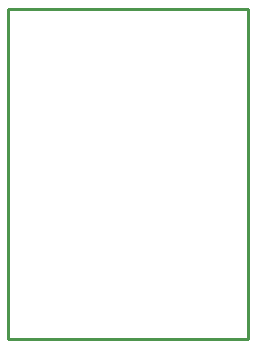
<source format=gbr>
G04 EAGLE Gerber RS-274X export*
G75*
%MOMM*%
%FSLAX34Y34*%
%LPD*%
%IN*%
%IPPOS*%
%AMOC8*
5,1,8,0,0,1.08239X$1,22.5*%
G01*
%ADD10C,0.254000*%


D10*
X0Y0D02*
X203200Y0D01*
X203200Y279400D01*
X0Y279400D01*
X0Y0D01*
M02*

</source>
